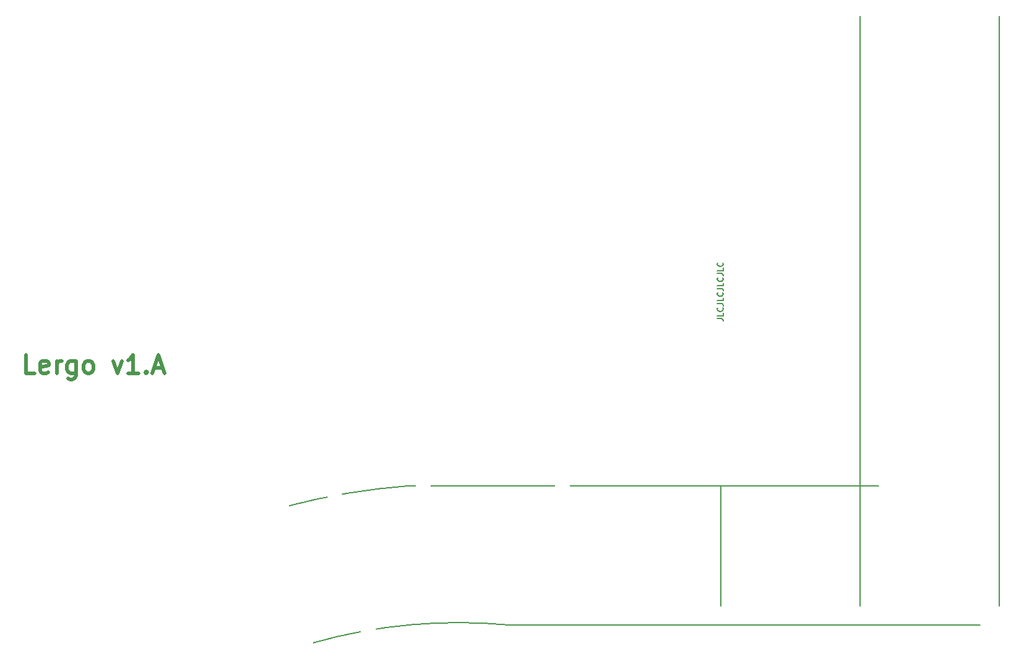
<source format=gto>
%TF.GenerationSoftware,KiCad,Pcbnew,5.1.12-84ad8e8a86~92~ubuntu20.04.1*%
%TF.CreationDate,2021-11-17T00:51:57+01:00*%
%TF.ProjectId,LergoTopPlate_FR4_Rails,4c657267-6f54-46f7-9050-6c6174655f46,v1.A*%
%TF.SameCoordinates,Original*%
%TF.FileFunction,Legend,Top*%
%TF.FilePolarity,Positive*%
%FSLAX46Y46*%
G04 Gerber Fmt 4.6, Leading zero omitted, Abs format (unit mm)*
G04 Created by KiCad (PCBNEW 5.1.12-84ad8e8a86~92~ubuntu20.04.1) date 2021-11-17 00:51:57*
%MOMM*%
%LPD*%
G01*
G04 APERTURE LIST*
%ADD10C,0.150000*%
%ADD11C,0.500000*%
%ADD12C,2.200000*%
%ADD13C,1.000000*%
%ADD14C,2.000000*%
%ADD15C,5.300000*%
%ADD16C,1.200000*%
%ADD17C,2.500000*%
%ADD18C,0.600000*%
G04 APERTURE END LIST*
D10*
X197625000Y-125043750D02*
X197625000Y-108595000D01*
X141915117Y-130076376D02*
G75*
G02*
X168683749Y-127645001I19845264J-69917224D01*
G01*
X138601923Y-111306885D02*
G75*
G02*
X154836250Y-108595000I23158458J-88686715D01*
G01*
X154836250Y-108595000D02*
X219276250Y-108595000D01*
X233123750Y-127645000D02*
X168683750Y-127645000D01*
X216675000Y-44276250D02*
X216675000Y-125043750D01*
X235725000Y-125043750D02*
X235725000Y-44276250D01*
D11*
X103804761Y-93155952D02*
X102614285Y-93155952D01*
X102614285Y-90655952D01*
X105590476Y-93036904D02*
X105352380Y-93155952D01*
X104876190Y-93155952D01*
X104638095Y-93036904D01*
X104519047Y-92798809D01*
X104519047Y-91846428D01*
X104638095Y-91608333D01*
X104876190Y-91489285D01*
X105352380Y-91489285D01*
X105590476Y-91608333D01*
X105709523Y-91846428D01*
X105709523Y-92084523D01*
X104519047Y-92322619D01*
X106780952Y-93155952D02*
X106780952Y-91489285D01*
X106780952Y-91965476D02*
X106900000Y-91727380D01*
X107019047Y-91608333D01*
X107257142Y-91489285D01*
X107495238Y-91489285D01*
X109400000Y-91489285D02*
X109400000Y-93513095D01*
X109280952Y-93751190D01*
X109161904Y-93870238D01*
X108923809Y-93989285D01*
X108566666Y-93989285D01*
X108328571Y-93870238D01*
X109400000Y-93036904D02*
X109161904Y-93155952D01*
X108685714Y-93155952D01*
X108447619Y-93036904D01*
X108328571Y-92917857D01*
X108209523Y-92679761D01*
X108209523Y-91965476D01*
X108328571Y-91727380D01*
X108447619Y-91608333D01*
X108685714Y-91489285D01*
X109161904Y-91489285D01*
X109400000Y-91608333D01*
X110947619Y-93155952D02*
X110709523Y-93036904D01*
X110590476Y-92917857D01*
X110471428Y-92679761D01*
X110471428Y-91965476D01*
X110590476Y-91727380D01*
X110709523Y-91608333D01*
X110947619Y-91489285D01*
X111304761Y-91489285D01*
X111542857Y-91608333D01*
X111661904Y-91727380D01*
X111780952Y-91965476D01*
X111780952Y-92679761D01*
X111661904Y-92917857D01*
X111542857Y-93036904D01*
X111304761Y-93155952D01*
X110947619Y-93155952D01*
X114519047Y-91489285D02*
X115114285Y-93155952D01*
X115709523Y-91489285D01*
X117971428Y-93155952D02*
X116542857Y-93155952D01*
X117257142Y-93155952D02*
X117257142Y-90655952D01*
X117019047Y-91013095D01*
X116780952Y-91251190D01*
X116542857Y-91370238D01*
X119042857Y-92917857D02*
X119161904Y-93036904D01*
X119042857Y-93155952D01*
X118923809Y-93036904D01*
X119042857Y-92917857D01*
X119042857Y-93155952D01*
X120114285Y-92441666D02*
X121304761Y-92441666D01*
X119876190Y-93155952D02*
X120709523Y-90655952D01*
X121542857Y-93155952D01*
D10*
X197186904Y-85670238D02*
X197758333Y-85670238D01*
X197872619Y-85708333D01*
X197948809Y-85784523D01*
X197986904Y-85898809D01*
X197986904Y-85975000D01*
X197986904Y-84908333D02*
X197986904Y-85289285D01*
X197186904Y-85289285D01*
X197910714Y-84184523D02*
X197948809Y-84222619D01*
X197986904Y-84336904D01*
X197986904Y-84413095D01*
X197948809Y-84527380D01*
X197872619Y-84603571D01*
X197796428Y-84641666D01*
X197644047Y-84679761D01*
X197529761Y-84679761D01*
X197377380Y-84641666D01*
X197301190Y-84603571D01*
X197225000Y-84527380D01*
X197186904Y-84413095D01*
X197186904Y-84336904D01*
X197225000Y-84222619D01*
X197263095Y-84184523D01*
X197186904Y-83613095D02*
X197758333Y-83613095D01*
X197872619Y-83651190D01*
X197948809Y-83727380D01*
X197986904Y-83841666D01*
X197986904Y-83917857D01*
X197986904Y-82851190D02*
X197986904Y-83232142D01*
X197186904Y-83232142D01*
X197910714Y-82127380D02*
X197948809Y-82165476D01*
X197986904Y-82279761D01*
X197986904Y-82355952D01*
X197948809Y-82470238D01*
X197872619Y-82546428D01*
X197796428Y-82584523D01*
X197644047Y-82622619D01*
X197529761Y-82622619D01*
X197377380Y-82584523D01*
X197301190Y-82546428D01*
X197225000Y-82470238D01*
X197186904Y-82355952D01*
X197186904Y-82279761D01*
X197225000Y-82165476D01*
X197263095Y-82127380D01*
X197186904Y-81555952D02*
X197758333Y-81555952D01*
X197872619Y-81594047D01*
X197948809Y-81670238D01*
X197986904Y-81784523D01*
X197986904Y-81860714D01*
X197986904Y-80794047D02*
X197986904Y-81175000D01*
X197186904Y-81175000D01*
X197910714Y-80070238D02*
X197948809Y-80108333D01*
X197986904Y-80222619D01*
X197986904Y-80298809D01*
X197948809Y-80413095D01*
X197872619Y-80489285D01*
X197796428Y-80527380D01*
X197644047Y-80565476D01*
X197529761Y-80565476D01*
X197377380Y-80527380D01*
X197301190Y-80489285D01*
X197225000Y-80413095D01*
X197186904Y-80298809D01*
X197186904Y-80222619D01*
X197225000Y-80108333D01*
X197263095Y-80070238D01*
X197186904Y-79498809D02*
X197758333Y-79498809D01*
X197872619Y-79536904D01*
X197948809Y-79613095D01*
X197986904Y-79727380D01*
X197986904Y-79803571D01*
X197986904Y-78736904D02*
X197986904Y-79117857D01*
X197186904Y-79117857D01*
X197910714Y-78013095D02*
X197948809Y-78051190D01*
X197986904Y-78165476D01*
X197986904Y-78241666D01*
X197948809Y-78355952D01*
X197872619Y-78432142D01*
X197796428Y-78470238D01*
X197644047Y-78508333D01*
X197529761Y-78508333D01*
X197377380Y-78470238D01*
X197301190Y-78432142D01*
X197225000Y-78355952D01*
X197186904Y-78241666D01*
X197186904Y-78165476D01*
X197225000Y-78051190D01*
X197263095Y-78013095D01*
%LPC*%
D12*
X138917245Y-131422627D03*
X134142390Y-112413135D03*
X149488850Y-128767223D03*
D13*
X144713995Y-109757730D03*
D12*
X121005544Y-140304150D03*
X111205544Y-123330052D03*
X130445220Y-134854150D03*
X120645220Y-117880052D03*
X106945463Y-152886146D03*
X93086171Y-139026854D03*
X114652927Y-145178682D03*
X100793635Y-131319390D03*
X93475079Y-139415762D03*
X79615787Y-125556470D03*
X101182543Y-131708298D03*
X87323251Y-117849006D03*
X111480544Y-123806366D03*
X101680544Y-106832268D03*
X120920220Y-118356366D03*
X111120220Y-101382268D03*
D14*
X156923750Y-108575000D03*
D15*
X98638899Y-34932171D03*
X98638899Y-159529137D03*
X232220381Y-136740000D03*
X232220381Y-37928844D03*
D14*
X175973750Y-108595000D03*
X144793444Y-109920811D03*
X105500000Y-99000000D03*
X157143750Y-21659375D03*
D16*
X223818750Y-38103125D03*
X219056250Y-33340625D03*
D17*
X221437500Y-35721875D03*
D14*
X120043750Y-84581250D03*
X103756250Y-30157500D03*
X103756250Y-67912500D03*
X120043750Y-67912500D03*
X120043750Y-30157500D03*
X103756250Y-84581250D03*
D18*
X194800000Y-124820000D03*
M02*

</source>
